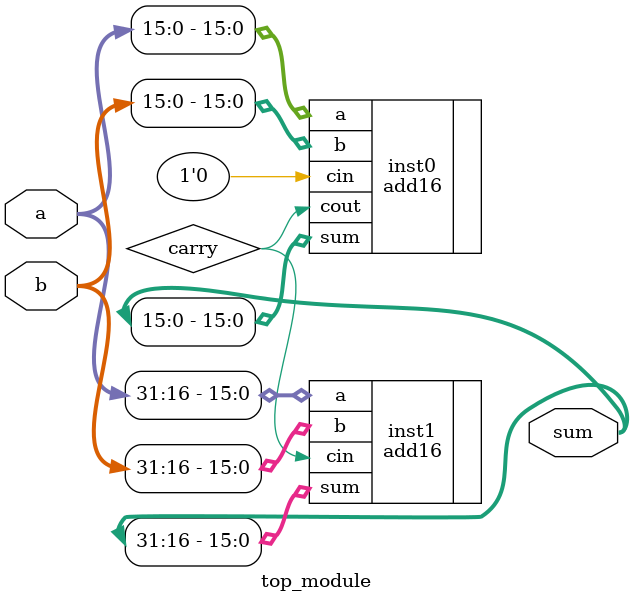
<source format=v>
module top_module(
    input [31:0] a,
    input [31:0] b,
    output [31:0] sum
);
    wire carry;
    add16 inst0(
        .a(a[15:0]),
        .b(b[15:0]),
        .sum(sum[15:0]),
        .cout(carry),
        .cin(1'b0)
    );
    add16 inst1(
        .a(a[31:16]),
        .b(b[31:16]),
        .sum(sum[31:16]),
        .cin(carry)
    );

endmodule
</source>
